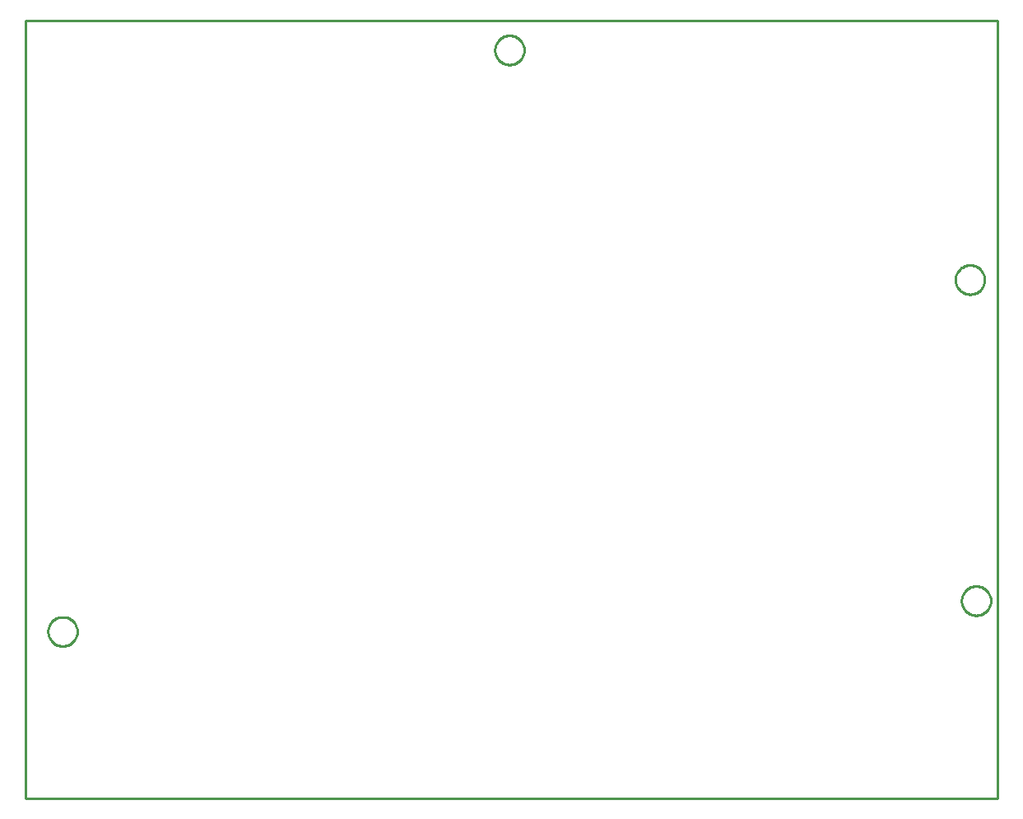
<source format=gbr>
G04 EAGLE Gerber RS-274X export*
G75*
%MOMM*%
%FSLAX34Y34*%
%LPD*%
%IN*%
%IPPOS*%
%AMOC8*
5,1,8,0,0,1.08239X$1,22.5*%
G01*
%ADD10C,0.254000*%


D10*
X0Y0D02*
X1000000Y0D01*
X1000000Y800000D01*
X0Y800000D01*
X0Y0D01*
X512840Y769084D02*
X512764Y768016D01*
X512611Y766955D01*
X512383Y765908D01*
X512081Y764880D01*
X511707Y763876D01*
X511262Y762901D01*
X510748Y761961D01*
X510169Y761060D01*
X509527Y760202D01*
X508825Y759392D01*
X508068Y758635D01*
X507258Y757933D01*
X506400Y757291D01*
X505499Y756712D01*
X504559Y756198D01*
X503584Y755753D01*
X502580Y755379D01*
X501552Y755077D01*
X500505Y754849D01*
X499444Y754696D01*
X498376Y754620D01*
X497304Y754620D01*
X496236Y754696D01*
X495175Y754849D01*
X494128Y755077D01*
X493100Y755379D01*
X492096Y755753D01*
X491121Y756198D01*
X490181Y756712D01*
X489280Y757291D01*
X488422Y757933D01*
X487612Y758635D01*
X486855Y759392D01*
X486153Y760202D01*
X485511Y761060D01*
X484932Y761961D01*
X484418Y762901D01*
X483973Y763876D01*
X483599Y764880D01*
X483297Y765908D01*
X483069Y766955D01*
X482916Y768016D01*
X482840Y769084D01*
X482840Y770156D01*
X482916Y771224D01*
X483069Y772285D01*
X483297Y773332D01*
X483599Y774360D01*
X483973Y775364D01*
X484418Y776339D01*
X484932Y777279D01*
X485511Y778180D01*
X486153Y779038D01*
X486855Y779848D01*
X487612Y780605D01*
X488422Y781307D01*
X489280Y781949D01*
X490181Y782528D01*
X491121Y783042D01*
X492096Y783487D01*
X493100Y783861D01*
X494128Y784163D01*
X495175Y784391D01*
X496236Y784544D01*
X497304Y784620D01*
X498376Y784620D01*
X499444Y784544D01*
X500505Y784391D01*
X501552Y784163D01*
X502580Y783861D01*
X503584Y783487D01*
X504559Y783042D01*
X505499Y782528D01*
X506400Y781949D01*
X507258Y781307D01*
X508068Y780605D01*
X508825Y779848D01*
X509527Y779038D01*
X510169Y778180D01*
X510748Y777279D01*
X511262Y776339D01*
X511707Y775364D01*
X512081Y774360D01*
X512383Y773332D01*
X512611Y772285D01*
X512764Y771224D01*
X512840Y770156D01*
X512840Y769084D01*
X53100Y170914D02*
X53024Y169846D01*
X52871Y168785D01*
X52643Y167738D01*
X52341Y166710D01*
X51967Y165706D01*
X51522Y164731D01*
X51008Y163791D01*
X50429Y162890D01*
X49787Y162032D01*
X49085Y161222D01*
X48328Y160465D01*
X47518Y159763D01*
X46660Y159121D01*
X45759Y158542D01*
X44819Y158028D01*
X43844Y157583D01*
X42840Y157209D01*
X41812Y156907D01*
X40765Y156679D01*
X39704Y156526D01*
X38636Y156450D01*
X37564Y156450D01*
X36496Y156526D01*
X35435Y156679D01*
X34388Y156907D01*
X33360Y157209D01*
X32356Y157583D01*
X31381Y158028D01*
X30441Y158542D01*
X29540Y159121D01*
X28682Y159763D01*
X27872Y160465D01*
X27115Y161222D01*
X26413Y162032D01*
X25771Y162890D01*
X25192Y163791D01*
X24678Y164731D01*
X24233Y165706D01*
X23859Y166710D01*
X23557Y167738D01*
X23329Y168785D01*
X23176Y169846D01*
X23100Y170914D01*
X23100Y171986D01*
X23176Y173054D01*
X23329Y174115D01*
X23557Y175162D01*
X23859Y176190D01*
X24233Y177194D01*
X24678Y178169D01*
X25192Y179109D01*
X25771Y180010D01*
X26413Y180868D01*
X27115Y181678D01*
X27872Y182435D01*
X28682Y183137D01*
X29540Y183779D01*
X30441Y184358D01*
X31381Y184872D01*
X32356Y185317D01*
X33360Y185691D01*
X34388Y185993D01*
X35435Y186221D01*
X36496Y186374D01*
X37564Y186450D01*
X38636Y186450D01*
X39704Y186374D01*
X40765Y186221D01*
X41812Y185993D01*
X42840Y185691D01*
X43844Y185317D01*
X44819Y184872D01*
X45759Y184358D01*
X46660Y183779D01*
X47518Y183137D01*
X48328Y182435D01*
X49085Y181678D01*
X49787Y180868D01*
X50429Y180010D01*
X51008Y179109D01*
X51522Y178169D01*
X51967Y177194D01*
X52341Y176190D01*
X52643Y175162D01*
X52871Y174115D01*
X53024Y173054D01*
X53100Y171986D01*
X53100Y170914D01*
X986550Y532864D02*
X986474Y531796D01*
X986321Y530735D01*
X986093Y529688D01*
X985791Y528660D01*
X985417Y527656D01*
X984972Y526681D01*
X984458Y525741D01*
X983879Y524840D01*
X983237Y523982D01*
X982535Y523172D01*
X981778Y522415D01*
X980968Y521713D01*
X980110Y521071D01*
X979209Y520492D01*
X978269Y519978D01*
X977294Y519533D01*
X976290Y519159D01*
X975262Y518857D01*
X974215Y518629D01*
X973154Y518476D01*
X972086Y518400D01*
X971014Y518400D01*
X969946Y518476D01*
X968885Y518629D01*
X967838Y518857D01*
X966810Y519159D01*
X965806Y519533D01*
X964831Y519978D01*
X963891Y520492D01*
X962990Y521071D01*
X962132Y521713D01*
X961322Y522415D01*
X960565Y523172D01*
X959863Y523982D01*
X959221Y524840D01*
X958642Y525741D01*
X958128Y526681D01*
X957683Y527656D01*
X957309Y528660D01*
X957007Y529688D01*
X956779Y530735D01*
X956626Y531796D01*
X956550Y532864D01*
X956550Y533936D01*
X956626Y535004D01*
X956779Y536065D01*
X957007Y537112D01*
X957309Y538140D01*
X957683Y539144D01*
X958128Y540119D01*
X958642Y541059D01*
X959221Y541960D01*
X959863Y542818D01*
X960565Y543628D01*
X961322Y544385D01*
X962132Y545087D01*
X962990Y545729D01*
X963891Y546308D01*
X964831Y546822D01*
X965806Y547267D01*
X966810Y547641D01*
X967838Y547943D01*
X968885Y548171D01*
X969946Y548324D01*
X971014Y548400D01*
X972086Y548400D01*
X973154Y548324D01*
X974215Y548171D01*
X975262Y547943D01*
X976290Y547641D01*
X977294Y547267D01*
X978269Y546822D01*
X979209Y546308D01*
X980110Y545729D01*
X980968Y545087D01*
X981778Y544385D01*
X982535Y543628D01*
X983237Y542818D01*
X983879Y541960D01*
X984458Y541059D01*
X984972Y540119D01*
X985417Y539144D01*
X985791Y538140D01*
X986093Y537112D01*
X986321Y536065D01*
X986474Y535004D01*
X986550Y533936D01*
X986550Y532864D01*
X992900Y202664D02*
X992824Y201596D01*
X992671Y200535D01*
X992443Y199488D01*
X992141Y198460D01*
X991767Y197456D01*
X991322Y196481D01*
X990808Y195541D01*
X990229Y194640D01*
X989587Y193782D01*
X988885Y192972D01*
X988128Y192215D01*
X987318Y191513D01*
X986460Y190871D01*
X985559Y190292D01*
X984619Y189778D01*
X983644Y189333D01*
X982640Y188959D01*
X981612Y188657D01*
X980565Y188429D01*
X979504Y188276D01*
X978436Y188200D01*
X977364Y188200D01*
X976296Y188276D01*
X975235Y188429D01*
X974188Y188657D01*
X973160Y188959D01*
X972156Y189333D01*
X971181Y189778D01*
X970241Y190292D01*
X969340Y190871D01*
X968482Y191513D01*
X967672Y192215D01*
X966915Y192972D01*
X966213Y193782D01*
X965571Y194640D01*
X964992Y195541D01*
X964478Y196481D01*
X964033Y197456D01*
X963659Y198460D01*
X963357Y199488D01*
X963129Y200535D01*
X962976Y201596D01*
X962900Y202664D01*
X962900Y203736D01*
X962976Y204804D01*
X963129Y205865D01*
X963357Y206912D01*
X963659Y207940D01*
X964033Y208944D01*
X964478Y209919D01*
X964992Y210859D01*
X965571Y211760D01*
X966213Y212618D01*
X966915Y213428D01*
X967672Y214185D01*
X968482Y214887D01*
X969340Y215529D01*
X970241Y216108D01*
X971181Y216622D01*
X972156Y217067D01*
X973160Y217441D01*
X974188Y217743D01*
X975235Y217971D01*
X976296Y218124D01*
X977364Y218200D01*
X978436Y218200D01*
X979504Y218124D01*
X980565Y217971D01*
X981612Y217743D01*
X982640Y217441D01*
X983644Y217067D01*
X984619Y216622D01*
X985559Y216108D01*
X986460Y215529D01*
X987318Y214887D01*
X988128Y214185D01*
X988885Y213428D01*
X989587Y212618D01*
X990229Y211760D01*
X990808Y210859D01*
X991322Y209919D01*
X991767Y208944D01*
X992141Y207940D01*
X992443Y206912D01*
X992671Y205865D01*
X992824Y204804D01*
X992900Y203736D01*
X992900Y202664D01*
M02*

</source>
